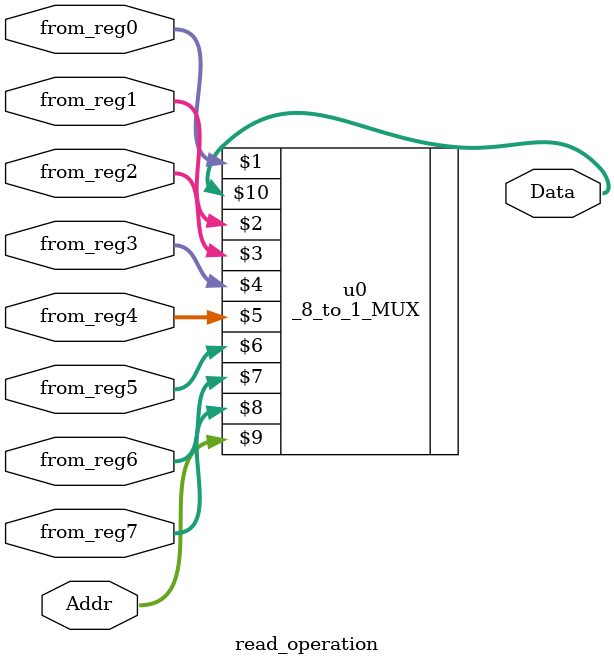
<source format=v>
module read_operation (Addr, Data,  from_reg0, from_reg1, from_reg2, from_reg3, 
from_reg4, from_reg5, from_reg6, from_reg7); // module name is read_operation

	input [31:0] from_reg0, from_reg1, from_reg2, from_reg3, from_reg4, from_reg5,
				from_reg6, from_reg7; // 32bit input from_reg0~7
				
	input [2:0] Addr; // 3bit input
	output [31:0] Data; // 32bit output

	// use _8_to_1_MUX module, instance name is  u0
	_8_to_1_MUX u0 (from_reg0,from_reg1,from_reg2,from_reg3,from_reg4,from_reg5,from_reg6,from_reg7, Addr,Data);
	
endmodule

</source>
